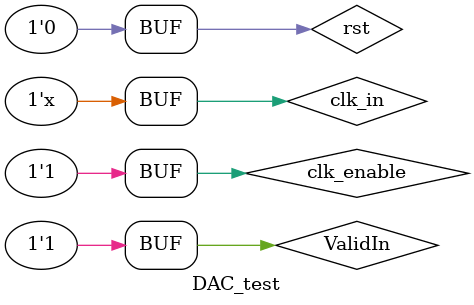
<source format=v>
`timescale 1ns / 1ps


module DAC_test(

    );

    reg clk_in, rst; 
//    wire D1, D2, CLK_OUT, nSYNC, DONE;
wire [7:0] phase;
    reg clk_enable, ValidIn;
    wire ce_out, Out2;
    wire [15:0] Out1_re_out, Out1_im_out;
//    wire Out2, test_o;

    DUC_DAC DUT1(
        .clk_in(clk_in),
        .rst(rst),
        // DAC
//        .D1(D1),
//        .D2(D2),
//        .CLK_OUT(CLK_OUT),
//        .nSYNC(nSYNC),
//        .DONE(DONE)
        // DUC
        .clk_enable(clk_enable),
        .ValidIn(ValidIn),
        .ce_out(ce_out),
        .Out1_re_out(Out1_re_out),
        .Out1_im_out(Out1_im_out),
        .Out2(Out2)
//        .test_o(test_o)
//        .phase(phase)  
    );

//    reg clk_in,rst;
//    reg clk_16;
//    wire [7:0] phase;
//    wire D1, D2, CLK_OUT, nSYNC, DONE;
//    reg START;
    
//    Sine_LUT DUT2(
//    .clk(clk_16),
//    .rst(rst),
//    .phase(phase)
//    );   
    
//    DA2RefComp DAC( 
//    //General usage
//    .CLK(clk_in),    // System Clock (50MHz)     
//    .RST(rst),    // Positive Edge Reset
//    //Pmod interface signals
//    .D1(D1),
//    .D2(D2),
//    .CLK_OUT(CLK_OUT),
//    .nSYNC(nSYNC),
//    //User interface signals
//    .DATA1({1'b0,phase,3'b0}),
//    .DATA2(0),
//    .START(START),
//    .DONE(DONE)   
//    );            
    
    always begin
        #5 clk_in = ~clk_in; 
    end
    
//    always begin
//        #80 clk_16 = ~clk_16; 
//    end

    initial begin
        clk_in = 0;
//        clk_16 = 0;
//        START = 0;
        clk_enable = 1;
        ValidIn = 1;
        rst = 1;
        #17 rst = 0;
//        #10 ValidIn = 1;
//        #170 ValidIn = 0;
    end
endmodule

</source>
